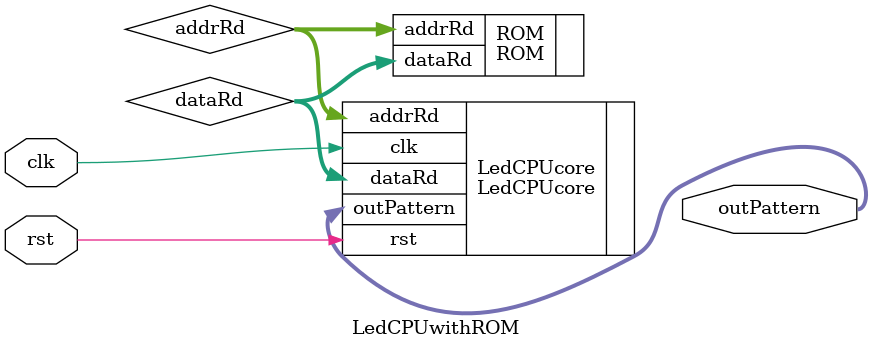
<source format=v>
module LedCPUwithROM(clk, rst, outPattern);
input clk, rst;
output [7:0] outPattern;

parameter FREQ_MCLK = 50000000;
parameter FREQ_DELAY = FREQ_MCLK/16;

wire [ 7:0]addrRd;
wire [15:0]dataRd;

LedCPUcore LedCPUcore(.clk(clk), .rst(rst), .addrRd(addrRd), .dataRd(dataRd), .outPattern(outPattern));

ROM ROM(.addrRd(addrRd), .dataRd(dataRd));

endmodule
</source>
